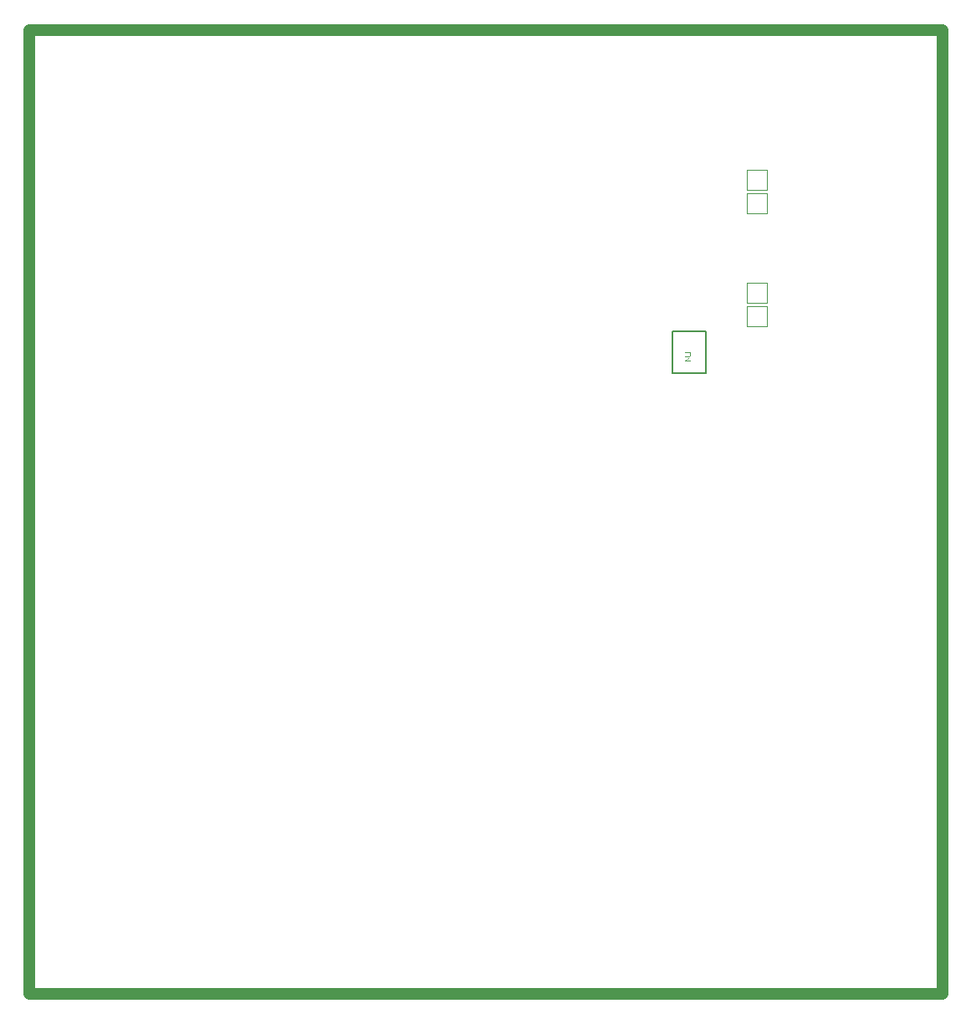
<source format=gbr>
%TF.GenerationSoftware,Altium Limited,Altium Designer,22.9.1 (49)*%
G04 Layer_Color=32896*
%FSLAX45Y45*%
%MOMM*%
%TF.SameCoordinates,B7DE9D22-2107-43EB-A15B-9EDAE082944A*%
%TF.FilePolarity,Positive*%
%TF.FileFunction,Other,Board_Shape*%
%TF.Part,Single*%
G01*
G75*
%TA.AperFunction,NonConductor*%
%ADD68C,0.20000*%
%ADD69C,0.10000*%
%ADD113C,1.20000*%
G36*
X6678271Y7966857D02*
X6679936Y7966765D01*
X6681507Y7966580D01*
X6682894Y7966395D01*
X6684189Y7966210D01*
X6685390Y7965933D01*
X6686500Y7965748D01*
X6687517Y7965563D01*
X6688349Y7965286D01*
X6689089Y7965101D01*
X6689643Y7964916D01*
X6690106Y7964731D01*
X6690476Y7964638D01*
X6690660Y7964546D01*
X6690753D01*
X6692787Y7963529D01*
X6694636Y7962235D01*
X6696115Y7960940D01*
X6697410Y7959553D01*
X6698427Y7958351D01*
X6699166Y7957334D01*
X6699351Y7956965D01*
X6699536Y7956687D01*
X6699721Y7956502D01*
Y7956410D01*
X6700738Y7954098D01*
X6701478Y7951695D01*
X6702033Y7949198D01*
X6702402Y7946887D01*
X6702495Y7945870D01*
X6702587Y7944853D01*
X6702680Y7943928D01*
Y7943189D01*
X6702772Y7942541D01*
Y7941709D01*
X6702587Y7938381D01*
X6702402Y7936902D01*
X6702217Y7935515D01*
X6701940Y7934128D01*
X6701663Y7932926D01*
X6701385Y7931816D01*
X6701016Y7930799D01*
X6700646Y7929875D01*
X6700368Y7929135D01*
X6700091Y7928396D01*
X6699814Y7927841D01*
X6699536Y7927379D01*
X6699444Y7927101D01*
X6699259Y7926916D01*
Y7926824D01*
X6697872Y7924790D01*
X6696300Y7923126D01*
X6694821Y7921831D01*
X6693342Y7920722D01*
X6692047Y7919890D01*
X6691030Y7919335D01*
X6690660Y7919150D01*
X6690383Y7918965D01*
X6690198Y7918873D01*
X6690106D01*
X6688996Y7918503D01*
X6687794Y7918133D01*
X6685298Y7917578D01*
X6682709Y7917208D01*
X6680213Y7916931D01*
X6679103Y7916839D01*
X6677994Y7916746D01*
X6677069D01*
X6676237Y7916654D01*
X6675590D01*
X6675128D01*
X6674758D01*
X6674666D01*
X6637683D01*
Y7925160D01*
X6674666D01*
X6676792D01*
X6678826Y7925345D01*
X6680583Y7925529D01*
X6682247Y7925807D01*
X6683726Y7926084D01*
X6685113Y7926454D01*
X6686315Y7926731D01*
X6687332Y7927101D01*
X6688164Y7927471D01*
X6688996Y7927841D01*
X6689551Y7928211D01*
X6690106Y7928488D01*
X6690476Y7928765D01*
X6690753Y7928950D01*
X6690845Y7929043D01*
X6690938Y7929135D01*
X6691677Y7929967D01*
X6692325Y7930892D01*
X6693342Y7932926D01*
X6694081Y7935052D01*
X6694544Y7937271D01*
X6694913Y7939305D01*
X6695006Y7940138D01*
Y7940970D01*
X6695098Y7941524D01*
Y7942449D01*
X6695006Y7944391D01*
X6694729Y7946147D01*
X6694451Y7947811D01*
X6693989Y7949106D01*
X6693619Y7950215D01*
X6693342Y7951047D01*
X6693064Y7951510D01*
X6692972Y7951695D01*
X6692140Y7952989D01*
X6691123Y7954098D01*
X6690106Y7955023D01*
X6689181Y7955670D01*
X6688257Y7956225D01*
X6687609Y7956687D01*
X6687147Y7956872D01*
X6686962Y7956965D01*
X6686130Y7957242D01*
X6685298Y7957427D01*
X6683356Y7957797D01*
X6681322Y7958074D01*
X6679288Y7958259D01*
X6677532Y7958351D01*
X6676700D01*
X6676052Y7958444D01*
X6675498D01*
X6675035D01*
X6674758D01*
X6674666D01*
X6637683D01*
Y7966950D01*
X6674666D01*
X6676515D01*
X6678271Y7966857D01*
D02*
G37*
G36*
X6686315Y7880596D02*
X6701663D01*
Y7872737D01*
X6686315D01*
Y7864046D01*
X6679103D01*
Y7872737D01*
X6637683D01*
Y7879117D01*
X6679103Y7908425D01*
X6686315D01*
Y7880596D01*
D02*
G37*
%LPC*%
G36*
X6679103Y7900751D02*
X6650442Y7880596D01*
X6679103D01*
Y7900751D01*
D02*
G37*
%LPD*%
D68*
X6513948Y7756640D02*
Y8177260D01*
Y7756640D02*
X6853948D01*
Y8177260D01*
X6513948D02*
X6853948D01*
D69*
X7466000Y9607182D02*
Y9807182D01*
X7266000Y9607182D02*
Y9807182D01*
X7466000D01*
X7266000Y9607182D02*
X7466000D01*
Y8231200D02*
Y8431200D01*
X7266000Y8231200D02*
Y8431200D01*
Y8231200D02*
X7466000D01*
X7266000Y8431200D02*
X7466000D01*
Y8464182D02*
Y8664182D01*
X7266000Y8464182D02*
Y8664182D01*
Y8464182D02*
X7466000D01*
X7266000Y8664182D02*
X7466000D01*
Y9374200D02*
Y9574200D01*
X7266000Y9374200D02*
Y9574200D01*
X7466000D01*
X7266000Y9374200D02*
X7466000D01*
D113*
X1Y11226800D02*
X9245598D01*
X9245600Y1473200D01*
X2D02*
X9245600D01*
X1Y11226800D02*
X2Y1473200D01*
%TF.MD5,a7e05aacb5e24ae9b16495792769eae3*%
M02*

</source>
